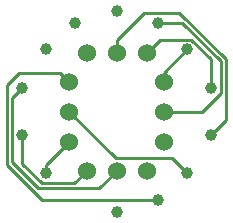
<source format=gbr>
%TF.GenerationSoftware,KiCad,Pcbnew,7.0.0*%
%TF.CreationDate,2023-09-15T14:50:14+08:00*%
%TF.ProjectId,QS-30,51532d33-302e-46b6-9963-61645f706362,rev?*%
%TF.SameCoordinates,Original*%
%TF.FileFunction,Copper,L1,Top*%
%TF.FilePolarity,Positive*%
%FSLAX46Y46*%
G04 Gerber Fmt 4.6, Leading zero omitted, Abs format (unit mm)*
G04 Created by KiCad (PCBNEW 7.0.0) date 2023-09-15 14:50:14*
%MOMM*%
%LPD*%
G01*
G04 APERTURE LIST*
%TA.AperFunction,ComponentPad*%
%ADD10C,1.000000*%
%TD*%
%TA.AperFunction,ComponentPad*%
%ADD11C,1.524000*%
%TD*%
%TA.AperFunction,Conductor*%
%ADD12C,0.250000*%
%TD*%
G04 APERTURE END LIST*
D10*
%TO.P,NX1,0,0*%
%TO.N,P0*%
X161460000Y-116110000D03*
%TO.P,NX1,1,1*%
%TO.N,P1*%
X149460000Y-116110000D03*
%TO.P,NX1,2,2*%
%TO.N,P2*%
X147460000Y-112860000D03*
%TO.P,NX1,3,3*%
%TO.N,P3*%
X147460000Y-108860000D03*
%TO.P,NX1,4,4*%
%TO.N,P4*%
X149460000Y-105610000D03*
%TO.P,NX1,5,5*%
%TO.N,P5*%
X151960000Y-103360000D03*
%TO.P,NX1,6,6*%
%TO.N,P6*%
X158960000Y-103360000D03*
%TO.P,NX1,7,7*%
%TO.N,P7*%
X161460000Y-105610000D03*
%TO.P,NX1,8,8*%
%TO.N,P8*%
X163460000Y-108860000D03*
%TO.P,NX1,9,9*%
%TO.N,P9*%
X163460000Y-112860000D03*
%TO.P,NX1,A,A*%
%TO.N,PA*%
X158960000Y-118360000D03*
%TO.P,NX1,NC*%
%TO.N,N/C*%
X155460000Y-102360000D03*
X155460000Y-119360000D03*
%TD*%
D11*
%TO.P,J1,0,0*%
%TO.N,P0*%
X151456000Y-110896000D03*
%TO.P,J1,1,1*%
%TO.N,P1*%
X151456000Y-113436000D03*
%TO.P,J1,2,2*%
%TO.N,P2*%
X152916000Y-115896000D03*
%TO.P,J1,3,3*%
%TO.N,P3*%
X155456000Y-115896000D03*
%TO.P,J1,4,4*%
%TO.N,P4*%
X157996000Y-115896000D03*
%TO.P,J1,5,5*%
%TO.N,P5*%
X159456000Y-113436000D03*
%TO.P,J1,6,6*%
%TO.N,P6*%
X159456000Y-110896000D03*
%TO.P,J1,7,7*%
%TO.N,P7*%
X159456000Y-108356000D03*
%TO.P,J1,8,8*%
%TO.N,P8*%
X157996000Y-105896000D03*
%TO.P,J1,9,9*%
%TO.N,P9*%
X155456000Y-105896000D03*
%TO.P,J1,10,10*%
%TO.N,unconnected-(J1-Pad10)*%
X152916000Y-105896000D03*
%TO.P,J1,A,A*%
%TO.N,PA*%
X151456000Y-108356000D03*
%TD*%
D12*
%TO.N,PA*%
X151456000Y-108356000D02*
X150694001Y-107594001D01*
X150694001Y-107594001D02*
X147195999Y-107594001D01*
X147195999Y-107594001D02*
X146185000Y-108605000D01*
X146185000Y-108605000D02*
X146185000Y-115361396D01*
X146185000Y-115361396D02*
X149183604Y-118360000D01*
X149183604Y-118360000D02*
X158960000Y-118360000D01*
%TO.N,P0*%
X151456000Y-110896000D02*
X155369000Y-114809000D01*
X155369000Y-114809000D02*
X160159000Y-114809000D01*
X160159000Y-114809000D02*
X161460000Y-116110000D01*
%TO.N,P3*%
X146635000Y-115175000D02*
X148845000Y-117385000D01*
X148845000Y-117385000D02*
X153967000Y-117385000D01*
X146635000Y-109685000D02*
X146635000Y-115175000D01*
X147460000Y-108860000D02*
X146635000Y-109685000D01*
X153967000Y-117385000D02*
X155456000Y-115896000D01*
%TO.N,P9*%
X160779519Y-102490000D02*
X164735000Y-106445481D01*
X157784370Y-102490000D02*
X160779519Y-102490000D01*
X155456000Y-104818370D02*
X157784370Y-102490000D01*
X155456000Y-105896000D02*
X155456000Y-104818370D01*
X164735000Y-106445481D02*
X164735000Y-111585000D01*
X164735000Y-111585000D02*
X163460000Y-112860000D01*
%TO.N,P6*%
X158960000Y-103360000D02*
X161013123Y-103360000D01*
X161013123Y-103360000D02*
X164285000Y-106631877D01*
X164285000Y-106631877D02*
X164285000Y-109345000D01*
X164285000Y-109345000D02*
X162734000Y-110896000D01*
X162734000Y-110896000D02*
X159456000Y-110896000D01*
%TO.N,P8*%
X163460000Y-108860000D02*
X163460000Y-106443273D01*
X163460000Y-106443273D02*
X161801727Y-104785000D01*
X161801727Y-104785000D02*
X159107000Y-104785000D01*
X159107000Y-104785000D02*
X157996000Y-105896000D01*
%TO.N,P7*%
X161460000Y-105610000D02*
X159456000Y-107614000D01*
X159456000Y-107614000D02*
X159456000Y-108356000D01*
%TO.N,P2*%
X147460000Y-112860000D02*
X147460000Y-115276727D01*
X147460000Y-115276727D02*
X149118273Y-116935000D01*
X149118273Y-116935000D02*
X151877000Y-116935000D01*
X151877000Y-116935000D02*
X152916000Y-115896000D01*
%TO.N,P1*%
X151456000Y-113436000D02*
X149460000Y-115432000D01*
X149460000Y-115432000D02*
X149460000Y-116110000D01*
%TD*%
M02*

</source>
